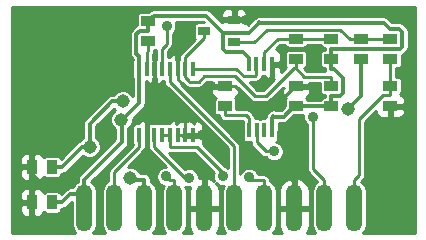
<source format=gtl>
G04 (created by PCBNEW (2013-07-07 BZR 4022)-stable) date 2014-06-17 1:27:57 PM*
%MOIN*%
G04 Gerber Fmt 3.4, Leading zero omitted, Abs format*
%FSLAX34Y34*%
G01*
G70*
G90*
G04 APERTURE LIST*
%ADD10C,0.00590551*%
%ADD11R,0.0118X0.0512*%
%ADD12R,0.015X0.05*%
%ADD13R,0.0394X0.0276*%
%ADD14R,0.045X0.032*%
%ADD15R,0.032X0.045*%
%ADD16O,0.0531496X0.15748*%
%ADD17C,0.045*%
%ADD18C,0.035*%
%ADD19C,0.014*%
%ADD20C,0.01*%
G04 APERTURE END LIST*
G54D10*
G54D11*
X47423Y-31419D03*
X47173Y-31419D03*
X46913Y-31419D03*
X46663Y-31419D03*
X46663Y-33619D03*
X46918Y-33619D03*
X47173Y-33619D03*
X47428Y-33619D03*
G54D12*
X43001Y-33779D03*
X43257Y-33779D03*
X43513Y-33779D03*
X43769Y-33779D03*
X44025Y-33779D03*
X44281Y-33779D03*
X44537Y-33779D03*
X44793Y-33779D03*
X44793Y-31575D03*
X44537Y-31575D03*
X44281Y-31575D03*
X44025Y-31575D03*
X43769Y-31575D03*
X43513Y-31575D03*
X43257Y-31575D03*
X43001Y-31575D03*
G54D13*
X45169Y-30314D03*
X46169Y-29939D03*
X46169Y-30689D03*
G54D14*
X50393Y-30570D03*
X50393Y-31240D03*
X48228Y-31240D03*
X48228Y-30570D03*
X49409Y-31240D03*
X49409Y-30570D03*
X45866Y-32815D03*
X45866Y-32145D03*
X48228Y-32815D03*
X48228Y-32145D03*
X51377Y-32145D03*
X51377Y-32815D03*
X51377Y-30570D03*
X51377Y-31240D03*
X49409Y-32145D03*
X49409Y-32815D03*
X43307Y-29979D03*
X43307Y-30649D03*
G54D15*
X40098Y-36023D03*
X39428Y-36023D03*
X39428Y-34842D03*
X40098Y-34842D03*
G54D16*
X41169Y-36220D03*
X42169Y-36220D03*
X43169Y-36220D03*
X44169Y-36220D03*
X45169Y-36220D03*
X46169Y-36220D03*
X47169Y-36220D03*
X48169Y-36220D03*
X49169Y-36220D03*
X50169Y-36220D03*
G54D17*
X42407Y-33263D03*
X42457Y-32657D03*
X42682Y-35203D03*
X41347Y-34171D03*
X49962Y-32909D03*
G54D18*
X48790Y-33169D03*
X43893Y-35158D03*
X50984Y-34842D03*
X39763Y-35393D03*
X47637Y-32716D03*
X47874Y-34685D03*
X45196Y-34960D03*
X40708Y-33897D03*
X47141Y-32086D03*
X44311Y-32874D03*
X45405Y-32145D03*
X45098Y-33791D03*
X46562Y-29937D03*
X47497Y-34324D03*
X43915Y-30148D03*
X44655Y-35195D03*
X46669Y-35190D03*
X45795Y-35151D03*
G54D19*
X43483Y-29803D02*
X43307Y-29979D01*
X45802Y-30368D02*
X45236Y-29803D01*
X45236Y-29803D02*
X43483Y-29803D01*
X47817Y-33161D02*
X47460Y-33161D01*
X48163Y-32815D02*
X47817Y-33161D01*
X48228Y-32815D02*
X48163Y-32815D01*
X45802Y-30920D02*
X45802Y-30368D01*
X45905Y-31023D02*
X45802Y-30920D01*
X46464Y-31023D02*
X45905Y-31023D01*
X46663Y-31222D02*
X46464Y-31023D01*
X46663Y-31419D02*
X46663Y-31222D01*
X46989Y-30040D02*
X47007Y-30022D01*
X46661Y-30368D02*
X46989Y-30040D01*
X45802Y-30368D02*
X46661Y-30368D01*
X49409Y-31240D02*
X49409Y-30910D01*
X51147Y-30040D02*
X46989Y-30040D01*
X51347Y-30240D02*
X51147Y-30040D01*
X51673Y-30240D02*
X51347Y-30240D01*
X51773Y-30340D02*
X51673Y-30240D01*
X51773Y-30830D02*
X51773Y-30340D01*
X51703Y-30900D02*
X51773Y-30830D01*
X50798Y-30900D02*
X51703Y-30900D01*
X50788Y-30910D02*
X50798Y-30900D01*
X49409Y-30910D02*
X50788Y-30910D01*
X43307Y-30310D02*
X43307Y-29979D01*
X43018Y-30310D02*
X43307Y-30310D01*
X42911Y-30416D02*
X43018Y-30310D01*
X42911Y-31065D02*
X42911Y-30416D01*
X43001Y-31155D02*
X42911Y-31065D01*
X43001Y-31768D02*
X43001Y-31155D01*
X43001Y-31768D02*
X43001Y-31575D01*
X43001Y-31768D02*
X43001Y-31768D01*
X42407Y-33263D02*
X42426Y-33263D01*
X43001Y-32708D02*
X43001Y-31768D01*
X42446Y-33263D02*
X43001Y-32708D01*
X42426Y-33263D02*
X42446Y-33263D01*
X42426Y-34005D02*
X41169Y-35262D01*
X42426Y-33263D02*
X42426Y-34005D01*
X41169Y-36220D02*
X41169Y-35741D01*
X41169Y-35741D02*
X41169Y-35262D01*
X40710Y-35741D02*
X40428Y-36023D01*
X41169Y-35741D02*
X40710Y-35741D01*
X40098Y-36023D02*
X40428Y-36023D01*
X47428Y-33406D02*
X47428Y-33619D01*
X47428Y-33406D02*
X47428Y-33619D01*
X47428Y-33406D02*
X47428Y-33406D01*
X49409Y-31240D02*
X49409Y-31570D01*
X49491Y-31570D02*
X49409Y-31570D01*
X49804Y-31883D02*
X49491Y-31570D01*
X49804Y-32378D02*
X49804Y-31883D01*
X49698Y-32485D02*
X49804Y-32378D01*
X49409Y-32485D02*
X49698Y-32485D01*
X49409Y-32815D02*
X49409Y-32485D01*
X48228Y-32815D02*
X49409Y-32815D01*
X47476Y-33145D02*
X47460Y-33161D01*
X47428Y-33193D02*
X47428Y-33406D01*
X47460Y-33161D02*
X47428Y-33193D01*
X42741Y-35262D02*
X43169Y-35262D01*
X42682Y-35203D02*
X42741Y-35262D01*
X43169Y-36220D02*
X43169Y-35262D01*
X42089Y-32657D02*
X42457Y-32657D01*
X40098Y-34842D02*
X40428Y-34842D01*
X41099Y-34171D02*
X40428Y-34842D01*
X41347Y-34171D02*
X41099Y-34171D01*
X41347Y-33399D02*
X41347Y-34171D01*
X42089Y-32657D02*
X41347Y-33399D01*
X50393Y-32478D02*
X50393Y-31240D01*
X49962Y-32909D02*
X50393Y-32478D01*
G54D20*
X48790Y-33169D02*
X48790Y-33169D01*
X48790Y-34904D02*
X48790Y-33169D01*
X49169Y-35282D02*
X48790Y-34904D01*
X49169Y-36220D02*
X49169Y-35282D01*
X42169Y-35011D02*
X43001Y-34179D01*
X42169Y-36220D02*
X42169Y-35011D01*
X43001Y-33779D02*
X43001Y-34179D01*
X44017Y-35282D02*
X43893Y-35158D01*
X44169Y-35282D02*
X44017Y-35282D01*
X44169Y-36220D02*
X44169Y-35282D01*
X51377Y-32145D02*
X51377Y-32455D01*
X51377Y-31240D02*
X51377Y-32145D01*
X50169Y-36220D02*
X50169Y-35282D01*
X51140Y-32455D02*
X51377Y-32455D01*
X50340Y-33255D02*
X51140Y-32455D01*
X50340Y-35112D02*
X50340Y-33255D01*
X50169Y-35282D02*
X50340Y-35112D01*
X51377Y-33464D02*
X51377Y-34448D01*
X51377Y-32815D02*
X51377Y-33464D01*
X51377Y-34448D02*
X50984Y-34842D01*
X45866Y-32145D02*
X46191Y-32145D01*
X46191Y-32145D02*
X46762Y-32716D01*
X46762Y-32716D02*
X47390Y-32716D01*
X47390Y-32716D02*
X47637Y-32716D01*
X39428Y-34842D02*
X39428Y-35058D01*
X39428Y-35058D02*
X39763Y-35393D01*
X48228Y-32145D02*
X48209Y-32145D01*
X48209Y-32145D02*
X47637Y-32716D01*
X47874Y-35037D02*
X47874Y-34685D01*
X48169Y-35333D02*
X47874Y-35037D01*
X48169Y-36220D02*
X48169Y-35333D01*
X45196Y-35305D02*
X45196Y-34960D01*
X45169Y-35333D02*
X45196Y-35305D01*
X45169Y-36220D02*
X45169Y-35333D01*
X43513Y-32076D02*
X44311Y-32874D01*
X43513Y-31575D02*
X43513Y-32076D01*
X43257Y-33429D02*
X43257Y-33779D01*
X43307Y-33379D02*
X43257Y-33429D01*
X43805Y-33379D02*
X43307Y-33379D01*
X44311Y-32874D02*
X43805Y-33379D01*
X45126Y-32145D02*
X45405Y-32145D01*
X45067Y-32204D02*
X45126Y-32145D01*
X44561Y-32204D02*
X45067Y-32204D01*
X44281Y-31925D02*
X44561Y-32204D01*
X44281Y-31575D02*
X44281Y-31925D01*
X44537Y-33100D02*
X44537Y-33779D01*
X44311Y-32874D02*
X44537Y-33100D01*
X47423Y-31804D02*
X47141Y-32086D01*
X47423Y-31419D02*
X47423Y-31804D01*
X45405Y-32145D02*
X45405Y-32145D01*
X45866Y-32145D02*
X45405Y-32145D01*
X45086Y-33779D02*
X45098Y-33791D01*
X44793Y-33779D02*
X45086Y-33779D01*
X46559Y-29939D02*
X46562Y-29937D01*
X46169Y-29939D02*
X46559Y-29939D01*
X44537Y-33779D02*
X44793Y-33779D01*
X44537Y-33779D02*
X44537Y-33779D01*
X44281Y-33779D02*
X44281Y-33779D01*
X44281Y-33779D02*
X44537Y-33779D01*
X45169Y-30552D02*
X45169Y-30314D01*
X44537Y-31184D02*
X45169Y-30552D01*
X44537Y-31521D02*
X44537Y-31184D01*
X44537Y-31521D02*
X44537Y-31575D01*
X44537Y-31521D02*
X44537Y-31521D01*
X44537Y-31858D02*
X44537Y-31521D01*
X44669Y-31990D02*
X44537Y-31858D01*
X44669Y-32004D02*
X44669Y-31990D01*
X44984Y-32004D02*
X44669Y-32004D01*
X45168Y-31820D02*
X44984Y-32004D01*
X46196Y-31820D02*
X45168Y-31820D01*
X46852Y-32476D02*
X46196Y-31820D01*
X47227Y-32476D02*
X46852Y-32476D01*
X48153Y-31550D02*
X48228Y-31550D01*
X47227Y-32476D02*
X48153Y-31550D01*
X48228Y-31240D02*
X48228Y-31550D01*
X48512Y-31835D02*
X48228Y-31550D01*
X49409Y-31835D02*
X48512Y-31835D01*
X49409Y-32145D02*
X49409Y-31835D01*
X47173Y-31419D02*
X47173Y-31225D01*
X47173Y-31013D02*
X47616Y-30570D01*
X47173Y-31225D02*
X47173Y-31013D01*
X47173Y-31225D02*
X47173Y-31419D01*
X47173Y-31225D02*
X47173Y-31225D01*
X47616Y-30570D02*
X48228Y-30570D01*
X48228Y-30570D02*
X49409Y-30570D01*
X45866Y-33125D02*
X45866Y-32815D01*
X46575Y-33125D02*
X45866Y-33125D01*
X46663Y-33213D02*
X46575Y-33125D01*
X46663Y-33619D02*
X46663Y-33213D01*
X51377Y-30570D02*
X50393Y-30570D01*
X47264Y-30260D02*
X47264Y-30260D01*
X49708Y-30260D02*
X50018Y-30570D01*
X49696Y-30260D02*
X49708Y-30260D01*
X49696Y-30260D02*
X49696Y-30260D01*
X47941Y-30260D02*
X49696Y-30260D01*
X47941Y-30260D02*
X47941Y-30260D01*
X47264Y-30260D02*
X47941Y-30260D01*
X46835Y-30689D02*
X46169Y-30689D01*
X47264Y-30260D02*
X46835Y-30689D01*
X50393Y-30570D02*
X50018Y-30570D01*
X43257Y-31009D02*
X43257Y-31292D01*
X43307Y-30960D02*
X43257Y-31009D01*
X43307Y-30649D02*
X43307Y-30960D01*
X43257Y-31292D02*
X43257Y-31575D01*
X43257Y-31292D02*
X43257Y-31575D01*
X43257Y-31292D02*
X43257Y-31292D01*
X47217Y-34324D02*
X46918Y-34025D01*
X47497Y-34324D02*
X47217Y-34324D01*
X46918Y-33619D02*
X46918Y-34025D01*
X43915Y-30750D02*
X43915Y-30395D01*
X43769Y-30895D02*
X43915Y-30750D01*
X43915Y-30395D02*
X43915Y-30148D01*
X43769Y-30895D02*
X43769Y-31575D01*
X43769Y-30895D02*
X43769Y-31575D01*
X43769Y-30895D02*
X43769Y-30895D01*
X43513Y-33779D02*
X43513Y-34179D01*
X44655Y-35195D02*
X44529Y-35195D01*
X44529Y-35195D02*
X43513Y-34179D01*
X46913Y-31775D02*
X46913Y-31419D01*
X46863Y-31825D02*
X46913Y-31775D01*
X46484Y-31825D02*
X46863Y-31825D01*
X46233Y-31575D02*
X46484Y-31825D01*
X44793Y-31575D02*
X46233Y-31575D01*
X44793Y-31575D02*
X44793Y-31575D01*
X47169Y-36220D02*
X47169Y-35282D01*
X44025Y-33779D02*
X44025Y-34179D01*
X45795Y-35151D02*
X45795Y-35054D01*
X45795Y-35054D02*
X44920Y-34179D01*
X44920Y-34179D02*
X44025Y-34179D01*
X47169Y-35282D02*
X46761Y-35282D01*
X46761Y-35282D02*
X46669Y-35190D01*
X44025Y-33779D02*
X43769Y-33779D01*
X44025Y-32019D02*
X44025Y-31997D01*
X46169Y-34141D02*
X46169Y-36220D01*
X44025Y-31997D02*
X46169Y-34141D01*
X44025Y-31997D02*
X44025Y-31786D01*
X44025Y-31786D02*
X44025Y-31575D01*
X44025Y-31786D02*
X44025Y-31575D01*
X44025Y-31786D02*
X44025Y-31786D01*
G54D10*
G36*
X45149Y-30026D02*
X44942Y-30026D01*
X44887Y-30049D01*
X44845Y-30091D01*
X44822Y-30146D01*
X44822Y-30206D01*
X44822Y-30482D01*
X44845Y-30537D01*
X44873Y-30566D01*
X44396Y-31043D01*
X44361Y-31095D01*
X44319Y-31137D01*
X44319Y-31279D01*
X44312Y-31295D01*
X44312Y-31354D01*
X44312Y-31633D01*
X44250Y-31633D01*
X44250Y-31295D01*
X44244Y-31279D01*
X44244Y-31137D01*
X44181Y-31075D01*
X44157Y-31075D01*
X44065Y-31113D01*
X44003Y-31175D01*
X43969Y-31175D01*
X43969Y-30978D01*
X44056Y-30891D01*
X44100Y-30826D01*
X44115Y-30750D01*
X44115Y-30407D01*
X44190Y-30332D01*
X44240Y-30213D01*
X44240Y-30083D01*
X44215Y-30023D01*
X45145Y-30023D01*
X45149Y-30026D01*
X45149Y-30026D01*
G37*
G54D20*
X45149Y-30026D02*
X44942Y-30026D01*
X44887Y-30049D01*
X44845Y-30091D01*
X44822Y-30146D01*
X44822Y-30206D01*
X44822Y-30482D01*
X44845Y-30537D01*
X44873Y-30566D01*
X44396Y-31043D01*
X44361Y-31095D01*
X44319Y-31137D01*
X44319Y-31279D01*
X44312Y-31295D01*
X44312Y-31354D01*
X44312Y-31633D01*
X44250Y-31633D01*
X44250Y-31295D01*
X44244Y-31279D01*
X44244Y-31137D01*
X44181Y-31075D01*
X44157Y-31075D01*
X44065Y-31113D01*
X44003Y-31175D01*
X43969Y-31175D01*
X43969Y-30978D01*
X44056Y-30891D01*
X44100Y-30826D01*
X44115Y-30750D01*
X44115Y-30407D01*
X44190Y-30332D01*
X44240Y-30213D01*
X44240Y-30083D01*
X44215Y-30023D01*
X45145Y-30023D01*
X45149Y-30026D01*
G54D10*
G36*
X45862Y-37035D02*
X45586Y-37035D01*
X45626Y-36985D01*
X45685Y-36792D01*
X45685Y-36270D01*
X45219Y-36270D01*
X45219Y-36278D01*
X45119Y-36278D01*
X45119Y-36270D01*
X44653Y-36270D01*
X44653Y-36792D01*
X44711Y-36985D01*
X44752Y-37035D01*
X44476Y-37035D01*
X44553Y-36919D01*
X44585Y-36760D01*
X44585Y-35680D01*
X44553Y-35521D01*
X44538Y-35498D01*
X44590Y-35520D01*
X44692Y-35520D01*
X44653Y-35648D01*
X44653Y-36170D01*
X45119Y-36170D01*
X45119Y-35248D01*
X45039Y-35199D01*
X45018Y-35203D01*
X44980Y-35223D01*
X44980Y-35131D01*
X44930Y-35011D01*
X44839Y-34920D01*
X44720Y-34870D01*
X44590Y-34870D01*
X44517Y-34900D01*
X43989Y-34372D01*
X44025Y-34379D01*
X44837Y-34379D01*
X45492Y-35034D01*
X45470Y-35086D01*
X45470Y-35216D01*
X45511Y-35314D01*
X45498Y-35298D01*
X45320Y-35203D01*
X45298Y-35199D01*
X45219Y-35248D01*
X45219Y-36170D01*
X45685Y-36170D01*
X45685Y-35648D01*
X45626Y-35455D01*
X45568Y-35383D01*
X45611Y-35427D01*
X45730Y-35476D01*
X45814Y-35476D01*
X45785Y-35521D01*
X45753Y-35680D01*
X45753Y-36760D01*
X45785Y-36919D01*
X45862Y-37035D01*
X45862Y-37035D01*
G37*
G54D20*
X45862Y-37035D02*
X45586Y-37035D01*
X45626Y-36985D01*
X45685Y-36792D01*
X45685Y-36270D01*
X45219Y-36270D01*
X45219Y-36278D01*
X45119Y-36278D01*
X45119Y-36270D01*
X44653Y-36270D01*
X44653Y-36792D01*
X44711Y-36985D01*
X44752Y-37035D01*
X44476Y-37035D01*
X44553Y-36919D01*
X44585Y-36760D01*
X44585Y-35680D01*
X44553Y-35521D01*
X44538Y-35498D01*
X44590Y-35520D01*
X44692Y-35520D01*
X44653Y-35648D01*
X44653Y-36170D01*
X45119Y-36170D01*
X45119Y-35248D01*
X45039Y-35199D01*
X45018Y-35203D01*
X44980Y-35223D01*
X44980Y-35131D01*
X44930Y-35011D01*
X44839Y-34920D01*
X44720Y-34870D01*
X44590Y-34870D01*
X44517Y-34900D01*
X43989Y-34372D01*
X44025Y-34379D01*
X44837Y-34379D01*
X45492Y-35034D01*
X45470Y-35086D01*
X45470Y-35216D01*
X45511Y-35314D01*
X45498Y-35298D01*
X45320Y-35203D01*
X45298Y-35199D01*
X45219Y-35248D01*
X45219Y-36170D01*
X45685Y-36170D01*
X45685Y-35648D01*
X45626Y-35455D01*
X45568Y-35383D01*
X45611Y-35427D01*
X45730Y-35476D01*
X45814Y-35476D01*
X45785Y-35521D01*
X45753Y-35680D01*
X45753Y-36760D01*
X45785Y-36919D01*
X45862Y-37035D01*
G54D10*
G36*
X45969Y-34871D02*
X45860Y-34826D01*
X45850Y-34826D01*
X45114Y-34090D01*
X45118Y-34079D01*
X45118Y-33979D01*
X45118Y-33891D01*
X45056Y-33829D01*
X44831Y-33829D01*
X44831Y-33837D01*
X44808Y-33837D01*
X44800Y-33829D01*
X44756Y-33829D01*
X44575Y-33829D01*
X44544Y-33829D01*
X44531Y-33829D01*
X44500Y-33829D01*
X44479Y-33829D01*
X44479Y-33729D01*
X44500Y-33729D01*
X44531Y-33729D01*
X44544Y-33729D01*
X44575Y-33729D01*
X44756Y-33729D01*
X44800Y-33729D01*
X44831Y-33698D01*
X44831Y-33729D01*
X45056Y-33729D01*
X45118Y-33666D01*
X45118Y-33578D01*
X45118Y-33479D01*
X45080Y-33387D01*
X45010Y-33317D01*
X44918Y-33279D01*
X44893Y-33279D01*
X44831Y-33341D01*
X44831Y-33403D01*
X44824Y-33387D01*
X44754Y-33317D01*
X44715Y-33301D01*
X44693Y-33279D01*
X44669Y-33279D01*
X44665Y-33280D01*
X44662Y-33279D01*
X44637Y-33279D01*
X44615Y-33301D01*
X44577Y-33317D01*
X44537Y-33356D01*
X44498Y-33317D01*
X44459Y-33301D01*
X44437Y-33279D01*
X44413Y-33279D01*
X44409Y-33280D01*
X44406Y-33279D01*
X44381Y-33279D01*
X44359Y-33301D01*
X44321Y-33317D01*
X44250Y-33387D01*
X44244Y-33403D01*
X44244Y-33341D01*
X44181Y-33279D01*
X44157Y-33279D01*
X44065Y-33317D01*
X44003Y-33379D01*
X43920Y-33379D01*
X43897Y-33388D01*
X43874Y-33379D01*
X43814Y-33379D01*
X43664Y-33379D01*
X43641Y-33388D01*
X43618Y-33379D01*
X43558Y-33379D01*
X43536Y-33379D01*
X43474Y-33317D01*
X43382Y-33279D01*
X43357Y-33279D01*
X43295Y-33341D01*
X43295Y-33483D01*
X43288Y-33499D01*
X43288Y-33558D01*
X43288Y-34058D01*
X43295Y-34074D01*
X43295Y-34216D01*
X43327Y-34249D01*
X43328Y-34255D01*
X43372Y-34320D01*
X43884Y-34833D01*
X43828Y-34833D01*
X43709Y-34882D01*
X43617Y-34973D01*
X43568Y-35093D01*
X43568Y-35222D01*
X43617Y-35342D01*
X43708Y-35433D01*
X43814Y-35477D01*
X43785Y-35521D01*
X43753Y-35680D01*
X43753Y-36760D01*
X43785Y-36919D01*
X43862Y-37035D01*
X43476Y-37035D01*
X43553Y-36919D01*
X43585Y-36760D01*
X43585Y-35680D01*
X43553Y-35521D01*
X43463Y-35386D01*
X43389Y-35337D01*
X43389Y-35262D01*
X43372Y-35178D01*
X43324Y-35107D01*
X43253Y-35059D01*
X43169Y-35042D01*
X43021Y-35042D01*
X43000Y-34991D01*
X42894Y-34885D01*
X42756Y-34828D01*
X42635Y-34828D01*
X43143Y-34320D01*
X43186Y-34255D01*
X43186Y-34255D01*
X43187Y-34249D01*
X43187Y-34249D01*
X43220Y-34216D01*
X43220Y-34074D01*
X43226Y-34059D01*
X43226Y-33999D01*
X43226Y-33499D01*
X43220Y-33483D01*
X43220Y-33341D01*
X43157Y-33279D01*
X43133Y-33279D01*
X43041Y-33317D01*
X42979Y-33379D01*
X42896Y-33379D01*
X42841Y-33401D01*
X42799Y-33444D01*
X42776Y-33499D01*
X42776Y-33558D01*
X42776Y-34058D01*
X42794Y-34103D01*
X42027Y-34870D01*
X41984Y-34935D01*
X41969Y-35011D01*
X41969Y-35323D01*
X41875Y-35386D01*
X41785Y-35521D01*
X41753Y-35680D01*
X41753Y-36760D01*
X41785Y-36919D01*
X41862Y-37035D01*
X41476Y-37035D01*
X41553Y-36919D01*
X41585Y-36760D01*
X41585Y-35680D01*
X41553Y-35521D01*
X41463Y-35386D01*
X41399Y-35343D01*
X42582Y-34161D01*
X42630Y-34089D01*
X42630Y-34089D01*
X42646Y-34005D01*
X42646Y-33554D01*
X42725Y-33476D01*
X42782Y-33338D01*
X42782Y-33238D01*
X43157Y-32863D01*
X43204Y-32792D01*
X43221Y-32708D01*
X43221Y-32707D01*
X43221Y-31975D01*
X43235Y-31975D01*
X43297Y-32037D01*
X43389Y-32075D01*
X43413Y-32075D01*
X43476Y-32012D01*
X43476Y-31870D01*
X43482Y-31855D01*
X43482Y-31795D01*
X43482Y-31295D01*
X43476Y-31279D01*
X43476Y-31137D01*
X43457Y-31119D01*
X43457Y-31088D01*
X43466Y-31074D01*
X43491Y-31036D01*
X43491Y-31036D01*
X43491Y-31036D01*
X43498Y-31003D01*
X43507Y-30960D01*
X43507Y-30960D01*
X43507Y-30960D01*
X43507Y-30959D01*
X43561Y-30959D01*
X43569Y-30956D01*
X43569Y-31119D01*
X43551Y-31137D01*
X43551Y-31279D01*
X43544Y-31295D01*
X43544Y-31354D01*
X43544Y-31854D01*
X43551Y-31870D01*
X43551Y-32012D01*
X43613Y-32075D01*
X43638Y-32075D01*
X43730Y-32037D01*
X43792Y-31975D01*
X43825Y-31975D01*
X43825Y-31997D01*
X43825Y-32019D01*
X43840Y-32096D01*
X43884Y-32161D01*
X43949Y-32204D01*
X43949Y-32204D01*
X45969Y-34224D01*
X45969Y-34871D01*
X45969Y-34871D01*
G37*
G54D20*
X45969Y-34871D02*
X45860Y-34826D01*
X45850Y-34826D01*
X45114Y-34090D01*
X45118Y-34079D01*
X45118Y-33979D01*
X45118Y-33891D01*
X45056Y-33829D01*
X44831Y-33829D01*
X44831Y-33837D01*
X44808Y-33837D01*
X44800Y-33829D01*
X44756Y-33829D01*
X44575Y-33829D01*
X44544Y-33829D01*
X44531Y-33829D01*
X44500Y-33829D01*
X44479Y-33829D01*
X44479Y-33729D01*
X44500Y-33729D01*
X44531Y-33729D01*
X44544Y-33729D01*
X44575Y-33729D01*
X44756Y-33729D01*
X44800Y-33729D01*
X44831Y-33698D01*
X44831Y-33729D01*
X45056Y-33729D01*
X45118Y-33666D01*
X45118Y-33578D01*
X45118Y-33479D01*
X45080Y-33387D01*
X45010Y-33317D01*
X44918Y-33279D01*
X44893Y-33279D01*
X44831Y-33341D01*
X44831Y-33403D01*
X44824Y-33387D01*
X44754Y-33317D01*
X44715Y-33301D01*
X44693Y-33279D01*
X44669Y-33279D01*
X44665Y-33280D01*
X44662Y-33279D01*
X44637Y-33279D01*
X44615Y-33301D01*
X44577Y-33317D01*
X44537Y-33356D01*
X44498Y-33317D01*
X44459Y-33301D01*
X44437Y-33279D01*
X44413Y-33279D01*
X44409Y-33280D01*
X44406Y-33279D01*
X44381Y-33279D01*
X44359Y-33301D01*
X44321Y-33317D01*
X44250Y-33387D01*
X44244Y-33403D01*
X44244Y-33341D01*
X44181Y-33279D01*
X44157Y-33279D01*
X44065Y-33317D01*
X44003Y-33379D01*
X43920Y-33379D01*
X43897Y-33388D01*
X43874Y-33379D01*
X43814Y-33379D01*
X43664Y-33379D01*
X43641Y-33388D01*
X43618Y-33379D01*
X43558Y-33379D01*
X43536Y-33379D01*
X43474Y-33317D01*
X43382Y-33279D01*
X43357Y-33279D01*
X43295Y-33341D01*
X43295Y-33483D01*
X43288Y-33499D01*
X43288Y-33558D01*
X43288Y-34058D01*
X43295Y-34074D01*
X43295Y-34216D01*
X43327Y-34249D01*
X43328Y-34255D01*
X43372Y-34320D01*
X43884Y-34833D01*
X43828Y-34833D01*
X43709Y-34882D01*
X43617Y-34973D01*
X43568Y-35093D01*
X43568Y-35222D01*
X43617Y-35342D01*
X43708Y-35433D01*
X43814Y-35477D01*
X43785Y-35521D01*
X43753Y-35680D01*
X43753Y-36760D01*
X43785Y-36919D01*
X43862Y-37035D01*
X43476Y-37035D01*
X43553Y-36919D01*
X43585Y-36760D01*
X43585Y-35680D01*
X43553Y-35521D01*
X43463Y-35386D01*
X43389Y-35337D01*
X43389Y-35262D01*
X43372Y-35178D01*
X43324Y-35107D01*
X43253Y-35059D01*
X43169Y-35042D01*
X43021Y-35042D01*
X43000Y-34991D01*
X42894Y-34885D01*
X42756Y-34828D01*
X42635Y-34828D01*
X43143Y-34320D01*
X43186Y-34255D01*
X43186Y-34255D01*
X43187Y-34249D01*
X43187Y-34249D01*
X43220Y-34216D01*
X43220Y-34074D01*
X43226Y-34059D01*
X43226Y-33999D01*
X43226Y-33499D01*
X43220Y-33483D01*
X43220Y-33341D01*
X43157Y-33279D01*
X43133Y-33279D01*
X43041Y-33317D01*
X42979Y-33379D01*
X42896Y-33379D01*
X42841Y-33401D01*
X42799Y-33444D01*
X42776Y-33499D01*
X42776Y-33558D01*
X42776Y-34058D01*
X42794Y-34103D01*
X42027Y-34870D01*
X41984Y-34935D01*
X41969Y-35011D01*
X41969Y-35323D01*
X41875Y-35386D01*
X41785Y-35521D01*
X41753Y-35680D01*
X41753Y-36760D01*
X41785Y-36919D01*
X41862Y-37035D01*
X41476Y-37035D01*
X41553Y-36919D01*
X41585Y-36760D01*
X41585Y-35680D01*
X41553Y-35521D01*
X41463Y-35386D01*
X41399Y-35343D01*
X42582Y-34161D01*
X42630Y-34089D01*
X42630Y-34089D01*
X42646Y-34005D01*
X42646Y-33554D01*
X42725Y-33476D01*
X42782Y-33338D01*
X42782Y-33238D01*
X43157Y-32863D01*
X43204Y-32792D01*
X43221Y-32708D01*
X43221Y-32707D01*
X43221Y-31975D01*
X43235Y-31975D01*
X43297Y-32037D01*
X43389Y-32075D01*
X43413Y-32075D01*
X43476Y-32012D01*
X43476Y-31870D01*
X43482Y-31855D01*
X43482Y-31795D01*
X43482Y-31295D01*
X43476Y-31279D01*
X43476Y-31137D01*
X43457Y-31119D01*
X43457Y-31088D01*
X43466Y-31074D01*
X43491Y-31036D01*
X43491Y-31036D01*
X43491Y-31036D01*
X43498Y-31003D01*
X43507Y-30960D01*
X43507Y-30960D01*
X43507Y-30960D01*
X43507Y-30959D01*
X43561Y-30959D01*
X43569Y-30956D01*
X43569Y-31119D01*
X43551Y-31137D01*
X43551Y-31279D01*
X43544Y-31295D01*
X43544Y-31354D01*
X43544Y-31854D01*
X43551Y-31870D01*
X43551Y-32012D01*
X43613Y-32075D01*
X43638Y-32075D01*
X43730Y-32037D01*
X43792Y-31975D01*
X43825Y-31975D01*
X43825Y-31997D01*
X43825Y-32019D01*
X43840Y-32096D01*
X43884Y-32161D01*
X43949Y-32204D01*
X43949Y-32204D01*
X45969Y-34224D01*
X45969Y-34871D01*
G54D10*
G36*
X47909Y-32537D02*
X47876Y-32570D01*
X47853Y-32625D01*
X47853Y-32685D01*
X47853Y-32814D01*
X47726Y-32941D01*
X47557Y-32941D01*
X47475Y-32925D01*
X47391Y-32942D01*
X47320Y-32990D01*
X47304Y-33006D01*
X47304Y-33006D01*
X47272Y-33038D01*
X47248Y-33073D01*
X47225Y-33109D01*
X47225Y-33109D01*
X47224Y-33109D01*
X47216Y-33151D01*
X47208Y-33193D01*
X47208Y-33213D01*
X47202Y-33213D01*
X47084Y-33213D01*
X47045Y-33229D01*
X47007Y-33213D01*
X46947Y-33213D01*
X46863Y-33213D01*
X46863Y-33213D01*
X46848Y-33137D01*
X46804Y-33072D01*
X46804Y-33072D01*
X46716Y-32984D01*
X46651Y-32940D01*
X46575Y-32925D01*
X46241Y-32925D01*
X46241Y-32625D01*
X46218Y-32570D01*
X46185Y-32537D01*
X46232Y-32517D01*
X46303Y-32446D01*
X46341Y-32354D01*
X46341Y-32257D01*
X46278Y-32195D01*
X46288Y-32195D01*
X46710Y-32617D01*
X46775Y-32661D01*
X46852Y-32676D01*
X46852Y-32676D01*
X47227Y-32676D01*
X47304Y-32661D01*
X47368Y-32617D01*
X47791Y-32195D01*
X47815Y-32195D01*
X47753Y-32257D01*
X47753Y-32354D01*
X47791Y-32446D01*
X47861Y-32517D01*
X47909Y-32537D01*
X47909Y-32537D01*
G37*
G54D20*
X47909Y-32537D02*
X47876Y-32570D01*
X47853Y-32625D01*
X47853Y-32685D01*
X47853Y-32814D01*
X47726Y-32941D01*
X47557Y-32941D01*
X47475Y-32925D01*
X47391Y-32942D01*
X47320Y-32990D01*
X47304Y-33006D01*
X47304Y-33006D01*
X47272Y-33038D01*
X47248Y-33073D01*
X47225Y-33109D01*
X47225Y-33109D01*
X47224Y-33109D01*
X47216Y-33151D01*
X47208Y-33193D01*
X47208Y-33213D01*
X47202Y-33213D01*
X47084Y-33213D01*
X47045Y-33229D01*
X47007Y-33213D01*
X46947Y-33213D01*
X46863Y-33213D01*
X46863Y-33213D01*
X46848Y-33137D01*
X46804Y-33072D01*
X46804Y-33072D01*
X46716Y-32984D01*
X46651Y-32940D01*
X46575Y-32925D01*
X46241Y-32925D01*
X46241Y-32625D01*
X46218Y-32570D01*
X46185Y-32537D01*
X46232Y-32517D01*
X46303Y-32446D01*
X46341Y-32354D01*
X46341Y-32257D01*
X46278Y-32195D01*
X46288Y-32195D01*
X46710Y-32617D01*
X46775Y-32661D01*
X46852Y-32676D01*
X46852Y-32676D01*
X47227Y-32676D01*
X47304Y-32661D01*
X47368Y-32617D01*
X47791Y-32195D01*
X47815Y-32195D01*
X47753Y-32257D01*
X47753Y-32354D01*
X47791Y-32446D01*
X47861Y-32517D01*
X47909Y-32537D01*
G54D10*
G36*
X48944Y-35340D02*
X48875Y-35386D01*
X48785Y-35521D01*
X48753Y-35680D01*
X48753Y-36760D01*
X48785Y-36919D01*
X48862Y-37035D01*
X48586Y-37035D01*
X48626Y-36985D01*
X48685Y-36792D01*
X48685Y-36270D01*
X48685Y-36170D01*
X48685Y-35648D01*
X48626Y-35455D01*
X48498Y-35298D01*
X48320Y-35203D01*
X48298Y-35199D01*
X48219Y-35248D01*
X48219Y-36170D01*
X48685Y-36170D01*
X48685Y-36270D01*
X48219Y-36270D01*
X48219Y-36278D01*
X48119Y-36278D01*
X48119Y-36270D01*
X48119Y-36170D01*
X48119Y-35248D01*
X48039Y-35199D01*
X48018Y-35203D01*
X47839Y-35298D01*
X47711Y-35455D01*
X47653Y-35648D01*
X47653Y-36170D01*
X48119Y-36170D01*
X48119Y-36270D01*
X47653Y-36270D01*
X47653Y-36792D01*
X47711Y-36985D01*
X47752Y-37035D01*
X47476Y-37035D01*
X47553Y-36919D01*
X47585Y-36760D01*
X47585Y-35680D01*
X47553Y-35521D01*
X47463Y-35386D01*
X47369Y-35323D01*
X47369Y-35282D01*
X47354Y-35206D01*
X47310Y-35141D01*
X47245Y-35098D01*
X47169Y-35082D01*
X46976Y-35082D01*
X46944Y-35006D01*
X46853Y-34915D01*
X46734Y-34865D01*
X46604Y-34865D01*
X46485Y-34915D01*
X46393Y-35006D01*
X46369Y-35065D01*
X46369Y-34141D01*
X46369Y-34141D01*
X46354Y-34064D01*
X46354Y-34064D01*
X46339Y-34043D01*
X46310Y-33999D01*
X46310Y-33999D01*
X44386Y-32075D01*
X44406Y-32075D01*
X44452Y-32056D01*
X44499Y-32103D01*
X44527Y-32146D01*
X44592Y-32189D01*
X44669Y-32204D01*
X44984Y-32204D01*
X45060Y-32189D01*
X45125Y-32146D01*
X45251Y-32020D01*
X45391Y-32020D01*
X45391Y-32032D01*
X45453Y-32095D01*
X45816Y-32095D01*
X45816Y-32087D01*
X45916Y-32087D01*
X45916Y-32095D01*
X45924Y-32095D01*
X45924Y-32195D01*
X45916Y-32195D01*
X45916Y-32203D01*
X45816Y-32203D01*
X45816Y-32195D01*
X45453Y-32195D01*
X45391Y-32257D01*
X45391Y-32354D01*
X45429Y-32446D01*
X45499Y-32517D01*
X45547Y-32537D01*
X45514Y-32570D01*
X45491Y-32625D01*
X45491Y-32685D01*
X45491Y-33005D01*
X45513Y-33060D01*
X45556Y-33102D01*
X45611Y-33125D01*
X45666Y-33125D01*
X45666Y-33125D01*
X45681Y-33201D01*
X45724Y-33266D01*
X45789Y-33310D01*
X45866Y-33325D01*
X46457Y-33325D01*
X46454Y-33333D01*
X46454Y-33393D01*
X46454Y-33905D01*
X46477Y-33960D01*
X46519Y-34002D01*
X46574Y-34025D01*
X46634Y-34025D01*
X46718Y-34025D01*
X46718Y-34025D01*
X46733Y-34102D01*
X46776Y-34167D01*
X47076Y-34466D01*
X47076Y-34466D01*
X47119Y-34495D01*
X47141Y-34509D01*
X47141Y-34509D01*
X47217Y-34524D01*
X47217Y-34524D01*
X47238Y-34524D01*
X47313Y-34600D01*
X47432Y-34649D01*
X47561Y-34650D01*
X47681Y-34600D01*
X47772Y-34509D01*
X47822Y-34389D01*
X47822Y-34260D01*
X47773Y-34141D01*
X47681Y-34049D01*
X47570Y-34003D01*
X47572Y-34002D01*
X47614Y-33960D01*
X47637Y-33905D01*
X47637Y-33845D01*
X47637Y-33674D01*
X47648Y-33619D01*
X47648Y-33406D01*
X47648Y-33406D01*
X47648Y-33406D01*
X47648Y-33381D01*
X47817Y-33381D01*
X47901Y-33364D01*
X47901Y-33364D01*
X47972Y-33317D01*
X48164Y-33125D01*
X48465Y-33125D01*
X48465Y-33233D01*
X48514Y-33353D01*
X48590Y-33429D01*
X48590Y-34904D01*
X48605Y-34980D01*
X48649Y-35045D01*
X48944Y-35340D01*
X48944Y-35340D01*
G37*
G54D20*
X48944Y-35340D02*
X48875Y-35386D01*
X48785Y-35521D01*
X48753Y-35680D01*
X48753Y-36760D01*
X48785Y-36919D01*
X48862Y-37035D01*
X48586Y-37035D01*
X48626Y-36985D01*
X48685Y-36792D01*
X48685Y-36270D01*
X48685Y-36170D01*
X48685Y-35648D01*
X48626Y-35455D01*
X48498Y-35298D01*
X48320Y-35203D01*
X48298Y-35199D01*
X48219Y-35248D01*
X48219Y-36170D01*
X48685Y-36170D01*
X48685Y-36270D01*
X48219Y-36270D01*
X48219Y-36278D01*
X48119Y-36278D01*
X48119Y-36270D01*
X48119Y-36170D01*
X48119Y-35248D01*
X48039Y-35199D01*
X48018Y-35203D01*
X47839Y-35298D01*
X47711Y-35455D01*
X47653Y-35648D01*
X47653Y-36170D01*
X48119Y-36170D01*
X48119Y-36270D01*
X47653Y-36270D01*
X47653Y-36792D01*
X47711Y-36985D01*
X47752Y-37035D01*
X47476Y-37035D01*
X47553Y-36919D01*
X47585Y-36760D01*
X47585Y-35680D01*
X47553Y-35521D01*
X47463Y-35386D01*
X47369Y-35323D01*
X47369Y-35282D01*
X47354Y-35206D01*
X47310Y-35141D01*
X47245Y-35098D01*
X47169Y-35082D01*
X46976Y-35082D01*
X46944Y-35006D01*
X46853Y-34915D01*
X46734Y-34865D01*
X46604Y-34865D01*
X46485Y-34915D01*
X46393Y-35006D01*
X46369Y-35065D01*
X46369Y-34141D01*
X46369Y-34141D01*
X46354Y-34064D01*
X46354Y-34064D01*
X46339Y-34043D01*
X46310Y-33999D01*
X46310Y-33999D01*
X44386Y-32075D01*
X44406Y-32075D01*
X44452Y-32056D01*
X44499Y-32103D01*
X44527Y-32146D01*
X44592Y-32189D01*
X44669Y-32204D01*
X44984Y-32204D01*
X45060Y-32189D01*
X45125Y-32146D01*
X45251Y-32020D01*
X45391Y-32020D01*
X45391Y-32032D01*
X45453Y-32095D01*
X45816Y-32095D01*
X45816Y-32087D01*
X45916Y-32087D01*
X45916Y-32095D01*
X45924Y-32095D01*
X45924Y-32195D01*
X45916Y-32195D01*
X45916Y-32203D01*
X45816Y-32203D01*
X45816Y-32195D01*
X45453Y-32195D01*
X45391Y-32257D01*
X45391Y-32354D01*
X45429Y-32446D01*
X45499Y-32517D01*
X45547Y-32537D01*
X45514Y-32570D01*
X45491Y-32625D01*
X45491Y-32685D01*
X45491Y-33005D01*
X45513Y-33060D01*
X45556Y-33102D01*
X45611Y-33125D01*
X45666Y-33125D01*
X45666Y-33125D01*
X45681Y-33201D01*
X45724Y-33266D01*
X45789Y-33310D01*
X45866Y-33325D01*
X46457Y-33325D01*
X46454Y-33333D01*
X46454Y-33393D01*
X46454Y-33905D01*
X46477Y-33960D01*
X46519Y-34002D01*
X46574Y-34025D01*
X46634Y-34025D01*
X46718Y-34025D01*
X46718Y-34025D01*
X46733Y-34102D01*
X46776Y-34167D01*
X47076Y-34466D01*
X47076Y-34466D01*
X47119Y-34495D01*
X47141Y-34509D01*
X47141Y-34509D01*
X47217Y-34524D01*
X47217Y-34524D01*
X47238Y-34524D01*
X47313Y-34600D01*
X47432Y-34649D01*
X47561Y-34650D01*
X47681Y-34600D01*
X47772Y-34509D01*
X47822Y-34389D01*
X47822Y-34260D01*
X47773Y-34141D01*
X47681Y-34049D01*
X47570Y-34003D01*
X47572Y-34002D01*
X47614Y-33960D01*
X47637Y-33905D01*
X47637Y-33845D01*
X47637Y-33674D01*
X47648Y-33619D01*
X47648Y-33406D01*
X47648Y-33406D01*
X47648Y-33406D01*
X47648Y-33381D01*
X47817Y-33381D01*
X47901Y-33364D01*
X47901Y-33364D01*
X47972Y-33317D01*
X48164Y-33125D01*
X48465Y-33125D01*
X48465Y-33233D01*
X48514Y-33353D01*
X48590Y-33429D01*
X48590Y-34904D01*
X48605Y-34980D01*
X48649Y-35045D01*
X48944Y-35340D01*
G54D10*
G36*
X49195Y-32455D02*
X49189Y-32485D01*
X49189Y-32505D01*
X49154Y-32505D01*
X49099Y-32528D01*
X49057Y-32570D01*
X49046Y-32595D01*
X48590Y-32595D01*
X48580Y-32570D01*
X48547Y-32537D01*
X48595Y-32517D01*
X48665Y-32446D01*
X48703Y-32354D01*
X48703Y-32257D01*
X48640Y-32195D01*
X48278Y-32195D01*
X48278Y-32203D01*
X48178Y-32203D01*
X48178Y-32195D01*
X48170Y-32195D01*
X48170Y-32095D01*
X48178Y-32095D01*
X48178Y-32087D01*
X48278Y-32087D01*
X48278Y-32095D01*
X48640Y-32095D01*
X48700Y-32035D01*
X49034Y-32035D01*
X49034Y-32335D01*
X49057Y-32390D01*
X49099Y-32432D01*
X49154Y-32455D01*
X49195Y-32455D01*
X49195Y-32455D01*
G37*
G54D20*
X49195Y-32455D02*
X49189Y-32485D01*
X49189Y-32505D01*
X49154Y-32505D01*
X49099Y-32528D01*
X49057Y-32570D01*
X49046Y-32595D01*
X48590Y-32595D01*
X48580Y-32570D01*
X48547Y-32537D01*
X48595Y-32517D01*
X48665Y-32446D01*
X48703Y-32354D01*
X48703Y-32257D01*
X48640Y-32195D01*
X48278Y-32195D01*
X48278Y-32203D01*
X48178Y-32203D01*
X48178Y-32195D01*
X48170Y-32195D01*
X48170Y-32095D01*
X48178Y-32095D01*
X48178Y-32087D01*
X48278Y-32087D01*
X48278Y-32095D01*
X48640Y-32095D01*
X48700Y-32035D01*
X49034Y-32035D01*
X49034Y-32335D01*
X49057Y-32390D01*
X49099Y-32432D01*
X49154Y-32455D01*
X49195Y-32455D01*
G54D10*
G36*
X49202Y-31635D02*
X48595Y-31635D01*
X48502Y-31542D01*
X48538Y-31527D01*
X48580Y-31485D01*
X48603Y-31430D01*
X48603Y-31370D01*
X48603Y-31050D01*
X48580Y-30995D01*
X48538Y-30953D01*
X48483Y-30930D01*
X48423Y-30930D01*
X47973Y-30930D01*
X47918Y-30953D01*
X47876Y-30995D01*
X47853Y-31050D01*
X47853Y-31110D01*
X47853Y-31430D01*
X47876Y-31485D01*
X47905Y-31515D01*
X47732Y-31688D01*
X47732Y-31626D01*
X47732Y-31532D01*
X47669Y-31469D01*
X47452Y-31469D01*
X47452Y-31863D01*
X47505Y-31915D01*
X47144Y-32276D01*
X46935Y-32276D01*
X46684Y-32025D01*
X46863Y-32025D01*
X46863Y-32025D01*
X46863Y-32025D01*
X46901Y-32018D01*
X46939Y-32010D01*
X46940Y-32010D01*
X46940Y-32010D01*
X46972Y-31988D01*
X47004Y-31967D01*
X47004Y-31967D01*
X47005Y-31966D01*
X47054Y-31917D01*
X47054Y-31917D01*
X47054Y-31916D01*
X47055Y-31916D01*
X47064Y-31903D01*
X47098Y-31852D01*
X47098Y-31851D01*
X47098Y-31851D01*
X47102Y-31832D01*
X47103Y-31825D01*
X47144Y-31825D01*
X47160Y-31825D01*
X47222Y-31887D01*
X47314Y-31925D01*
X47331Y-31925D01*
X47393Y-31863D01*
X47393Y-31469D01*
X47382Y-31469D01*
X47382Y-31369D01*
X47393Y-31369D01*
X47393Y-31361D01*
X47452Y-31361D01*
X47452Y-31369D01*
X47669Y-31369D01*
X47732Y-31307D01*
X47732Y-31213D01*
X47732Y-31113D01*
X47694Y-31021D01*
X47623Y-30951D01*
X47548Y-30920D01*
X47699Y-30770D01*
X47857Y-30770D01*
X47876Y-30815D01*
X47918Y-30857D01*
X47973Y-30880D01*
X48033Y-30880D01*
X48483Y-30880D01*
X48538Y-30857D01*
X48580Y-30815D01*
X48599Y-30770D01*
X49038Y-30770D01*
X49057Y-30815D01*
X49099Y-30857D01*
X49154Y-30880D01*
X49195Y-30880D01*
X49189Y-30910D01*
X49189Y-30930D01*
X49154Y-30930D01*
X49099Y-30953D01*
X49057Y-30995D01*
X49034Y-31050D01*
X49034Y-31110D01*
X49034Y-31430D01*
X49057Y-31485D01*
X49099Y-31527D01*
X49154Y-31550D01*
X49189Y-31550D01*
X49189Y-31570D01*
X49202Y-31635D01*
X49202Y-31635D01*
G37*
G54D20*
X49202Y-31635D02*
X48595Y-31635D01*
X48502Y-31542D01*
X48538Y-31527D01*
X48580Y-31485D01*
X48603Y-31430D01*
X48603Y-31370D01*
X48603Y-31050D01*
X48580Y-30995D01*
X48538Y-30953D01*
X48483Y-30930D01*
X48423Y-30930D01*
X47973Y-30930D01*
X47918Y-30953D01*
X47876Y-30995D01*
X47853Y-31050D01*
X47853Y-31110D01*
X47853Y-31430D01*
X47876Y-31485D01*
X47905Y-31515D01*
X47732Y-31688D01*
X47732Y-31626D01*
X47732Y-31532D01*
X47669Y-31469D01*
X47452Y-31469D01*
X47452Y-31863D01*
X47505Y-31915D01*
X47144Y-32276D01*
X46935Y-32276D01*
X46684Y-32025D01*
X46863Y-32025D01*
X46863Y-32025D01*
X46863Y-32025D01*
X46901Y-32018D01*
X46939Y-32010D01*
X46940Y-32010D01*
X46940Y-32010D01*
X46972Y-31988D01*
X47004Y-31967D01*
X47004Y-31967D01*
X47005Y-31966D01*
X47054Y-31917D01*
X47054Y-31917D01*
X47054Y-31916D01*
X47055Y-31916D01*
X47064Y-31903D01*
X47098Y-31852D01*
X47098Y-31851D01*
X47098Y-31851D01*
X47102Y-31832D01*
X47103Y-31825D01*
X47144Y-31825D01*
X47160Y-31825D01*
X47222Y-31887D01*
X47314Y-31925D01*
X47331Y-31925D01*
X47393Y-31863D01*
X47393Y-31469D01*
X47382Y-31469D01*
X47382Y-31369D01*
X47393Y-31369D01*
X47393Y-31361D01*
X47452Y-31361D01*
X47452Y-31369D01*
X47669Y-31369D01*
X47732Y-31307D01*
X47732Y-31213D01*
X47732Y-31113D01*
X47694Y-31021D01*
X47623Y-30951D01*
X47548Y-30920D01*
X47699Y-30770D01*
X47857Y-30770D01*
X47876Y-30815D01*
X47918Y-30857D01*
X47973Y-30880D01*
X48033Y-30880D01*
X48483Y-30880D01*
X48538Y-30857D01*
X48580Y-30815D01*
X48599Y-30770D01*
X49038Y-30770D01*
X49057Y-30815D01*
X49099Y-30857D01*
X49154Y-30880D01*
X49195Y-30880D01*
X49189Y-30910D01*
X49189Y-30930D01*
X49154Y-30930D01*
X49099Y-30953D01*
X49057Y-30995D01*
X49034Y-31050D01*
X49034Y-31110D01*
X49034Y-31430D01*
X49057Y-31485D01*
X49099Y-31527D01*
X49154Y-31550D01*
X49189Y-31550D01*
X49189Y-31570D01*
X49202Y-31635D01*
G54D10*
G36*
X52192Y-37035D02*
X51852Y-37035D01*
X51852Y-33024D01*
X51852Y-32927D01*
X51790Y-32865D01*
X51427Y-32865D01*
X51427Y-33162D01*
X51490Y-33225D01*
X51553Y-33225D01*
X51652Y-33225D01*
X51744Y-33187D01*
X51815Y-33116D01*
X51852Y-33024D01*
X51852Y-37035D01*
X50476Y-37035D01*
X50553Y-36919D01*
X50585Y-36760D01*
X50585Y-35680D01*
X50553Y-35521D01*
X50463Y-35386D01*
X50394Y-35340D01*
X50481Y-35253D01*
X50481Y-35253D01*
X50524Y-35188D01*
X50524Y-35188D01*
X50527Y-35176D01*
X50540Y-35112D01*
X50540Y-35112D01*
X50540Y-33338D01*
X50902Y-32975D01*
X50902Y-33024D01*
X50940Y-33116D01*
X51011Y-33187D01*
X51103Y-33225D01*
X51202Y-33225D01*
X51265Y-33225D01*
X51327Y-33162D01*
X51327Y-32865D01*
X51320Y-32865D01*
X51320Y-32765D01*
X51327Y-32765D01*
X51327Y-32757D01*
X51427Y-32757D01*
X51427Y-32765D01*
X51790Y-32765D01*
X51852Y-32702D01*
X51852Y-32605D01*
X51815Y-32513D01*
X51744Y-32443D01*
X51696Y-32423D01*
X51730Y-32390D01*
X51752Y-32335D01*
X51752Y-32275D01*
X51752Y-31955D01*
X51730Y-31900D01*
X51688Y-31858D01*
X51632Y-31835D01*
X51577Y-31835D01*
X51577Y-31550D01*
X51632Y-31550D01*
X51687Y-31527D01*
X51730Y-31485D01*
X51752Y-31430D01*
X51752Y-31370D01*
X51752Y-31110D01*
X51787Y-31103D01*
X51787Y-31103D01*
X51858Y-31056D01*
X51928Y-30986D01*
X51976Y-30914D01*
X51976Y-30914D01*
X51993Y-30830D01*
X51993Y-30340D01*
X51976Y-30255D01*
X51976Y-30255D01*
X51928Y-30184D01*
X51828Y-30084D01*
X51757Y-30037D01*
X51673Y-30020D01*
X51438Y-30020D01*
X51303Y-29884D01*
X51231Y-29836D01*
X51147Y-29820D01*
X47093Y-29820D01*
X47091Y-29818D01*
X47007Y-29802D01*
X46923Y-29818D01*
X46851Y-29866D01*
X46833Y-29884D01*
X46833Y-29884D01*
X46616Y-30102D01*
X46616Y-29752D01*
X46578Y-29660D01*
X46508Y-29590D01*
X46416Y-29552D01*
X46316Y-29551D01*
X46281Y-29551D01*
X46219Y-29614D01*
X46219Y-29889D01*
X46553Y-29889D01*
X46616Y-29827D01*
X46616Y-29752D01*
X46616Y-30102D01*
X46616Y-30102D01*
X46616Y-30052D01*
X46553Y-29989D01*
X46219Y-29989D01*
X46219Y-29997D01*
X46119Y-29997D01*
X46119Y-29989D01*
X46119Y-29889D01*
X46119Y-29614D01*
X46056Y-29551D01*
X46021Y-29551D01*
X45922Y-29552D01*
X45830Y-29590D01*
X45760Y-29660D01*
X45722Y-29752D01*
X45722Y-29827D01*
X45784Y-29889D01*
X46119Y-29889D01*
X46119Y-29989D01*
X45784Y-29989D01*
X45759Y-30015D01*
X45392Y-29647D01*
X45320Y-29599D01*
X45236Y-29583D01*
X43483Y-29583D01*
X43399Y-29599D01*
X43328Y-29647D01*
X43305Y-29669D01*
X43052Y-29669D01*
X42997Y-29692D01*
X42954Y-29734D01*
X42932Y-29789D01*
X42932Y-29849D01*
X42932Y-30108D01*
X42862Y-30154D01*
X42756Y-30260D01*
X42708Y-30332D01*
X42691Y-30416D01*
X42691Y-31065D01*
X42708Y-31149D01*
X42756Y-31220D01*
X42781Y-31246D01*
X42781Y-31283D01*
X42776Y-31295D01*
X42776Y-31354D01*
X42776Y-31854D01*
X42781Y-31866D01*
X42781Y-32460D01*
X42775Y-32445D01*
X42669Y-32339D01*
X42532Y-32282D01*
X42382Y-32282D01*
X42244Y-32339D01*
X42146Y-32437D01*
X42089Y-32437D01*
X42005Y-32453D01*
X41934Y-32501D01*
X41192Y-33243D01*
X41144Y-33314D01*
X41127Y-33399D01*
X41127Y-33861D01*
X41030Y-33958D01*
X41027Y-33965D01*
X41015Y-33968D01*
X40944Y-34015D01*
X40398Y-34562D01*
X40386Y-34532D01*
X40343Y-34490D01*
X40288Y-34467D01*
X40229Y-34467D01*
X39909Y-34467D01*
X39853Y-34490D01*
X39820Y-34523D01*
X39800Y-34475D01*
X39730Y-34405D01*
X39638Y-34367D01*
X39541Y-34367D01*
X39478Y-34430D01*
X39478Y-34792D01*
X39486Y-34792D01*
X39486Y-34892D01*
X39478Y-34892D01*
X39478Y-35255D01*
X39541Y-35317D01*
X39638Y-35317D01*
X39730Y-35279D01*
X39800Y-35209D01*
X39820Y-35161D01*
X39853Y-35194D01*
X39908Y-35217D01*
X39968Y-35217D01*
X40288Y-35217D01*
X40343Y-35194D01*
X40385Y-35152D01*
X40408Y-35097D01*
X40408Y-35062D01*
X40428Y-35062D01*
X40513Y-35045D01*
X40513Y-35045D01*
X40584Y-34998D01*
X41114Y-34468D01*
X41135Y-34489D01*
X41272Y-34546D01*
X41422Y-34546D01*
X41559Y-34489D01*
X41665Y-34384D01*
X41722Y-34246D01*
X41722Y-34097D01*
X41665Y-33959D01*
X41567Y-33861D01*
X41567Y-33490D01*
X42163Y-32894D01*
X42209Y-32939D01*
X42195Y-32945D01*
X42089Y-33051D01*
X42032Y-33188D01*
X42032Y-33338D01*
X42089Y-33475D01*
X42194Y-33581D01*
X42206Y-33586D01*
X42206Y-33914D01*
X41013Y-35107D01*
X40966Y-35178D01*
X40949Y-35262D01*
X40949Y-35337D01*
X40875Y-35386D01*
X40785Y-35521D01*
X40785Y-35521D01*
X40710Y-35521D01*
X40626Y-35538D01*
X40590Y-35562D01*
X40555Y-35586D01*
X40398Y-35743D01*
X40386Y-35713D01*
X40343Y-35671D01*
X40288Y-35648D01*
X40229Y-35648D01*
X39909Y-35648D01*
X39853Y-35671D01*
X39820Y-35704D01*
X39800Y-35656D01*
X39730Y-35586D01*
X39638Y-35548D01*
X39541Y-35548D01*
X39478Y-35611D01*
X39478Y-35973D01*
X39486Y-35973D01*
X39486Y-36073D01*
X39478Y-36073D01*
X39478Y-36436D01*
X39541Y-36498D01*
X39638Y-36498D01*
X39730Y-36460D01*
X39800Y-36390D01*
X39820Y-36342D01*
X39853Y-36375D01*
X39908Y-36398D01*
X39968Y-36398D01*
X40288Y-36398D01*
X40343Y-36375D01*
X40385Y-36333D01*
X40408Y-36278D01*
X40408Y-36243D01*
X40428Y-36243D01*
X40513Y-36226D01*
X40513Y-36226D01*
X40584Y-36179D01*
X40753Y-36010D01*
X40753Y-36760D01*
X40785Y-36919D01*
X40862Y-37035D01*
X39378Y-37035D01*
X39378Y-36436D01*
X39378Y-36073D01*
X39378Y-35973D01*
X39378Y-35611D01*
X39378Y-35255D01*
X39378Y-34892D01*
X39378Y-34792D01*
X39378Y-34430D01*
X39316Y-34367D01*
X39219Y-34367D01*
X39127Y-34405D01*
X39056Y-34475D01*
X39018Y-34567D01*
X39018Y-34667D01*
X39018Y-34730D01*
X39081Y-34792D01*
X39378Y-34792D01*
X39378Y-34892D01*
X39081Y-34892D01*
X39018Y-34955D01*
X39018Y-35018D01*
X39018Y-35117D01*
X39056Y-35209D01*
X39127Y-35279D01*
X39219Y-35317D01*
X39316Y-35317D01*
X39378Y-35255D01*
X39378Y-35611D01*
X39316Y-35548D01*
X39219Y-35548D01*
X39127Y-35586D01*
X39056Y-35656D01*
X39018Y-35748D01*
X39018Y-35848D01*
X39018Y-35911D01*
X39081Y-35973D01*
X39378Y-35973D01*
X39378Y-36073D01*
X39081Y-36073D01*
X39018Y-36136D01*
X39018Y-36199D01*
X39018Y-36298D01*
X39056Y-36390D01*
X39127Y-36460D01*
X39219Y-36498D01*
X39316Y-36498D01*
X39378Y-36436D01*
X39378Y-37035D01*
X38752Y-37035D01*
X38752Y-29500D01*
X52192Y-29500D01*
X52192Y-37035D01*
X52192Y-37035D01*
G37*
G54D20*
X52192Y-37035D02*
X51852Y-37035D01*
X51852Y-33024D01*
X51852Y-32927D01*
X51790Y-32865D01*
X51427Y-32865D01*
X51427Y-33162D01*
X51490Y-33225D01*
X51553Y-33225D01*
X51652Y-33225D01*
X51744Y-33187D01*
X51815Y-33116D01*
X51852Y-33024D01*
X51852Y-37035D01*
X50476Y-37035D01*
X50553Y-36919D01*
X50585Y-36760D01*
X50585Y-35680D01*
X50553Y-35521D01*
X50463Y-35386D01*
X50394Y-35340D01*
X50481Y-35253D01*
X50481Y-35253D01*
X50524Y-35188D01*
X50524Y-35188D01*
X50527Y-35176D01*
X50540Y-35112D01*
X50540Y-35112D01*
X50540Y-33338D01*
X50902Y-32975D01*
X50902Y-33024D01*
X50940Y-33116D01*
X51011Y-33187D01*
X51103Y-33225D01*
X51202Y-33225D01*
X51265Y-33225D01*
X51327Y-33162D01*
X51327Y-32865D01*
X51320Y-32865D01*
X51320Y-32765D01*
X51327Y-32765D01*
X51327Y-32757D01*
X51427Y-32757D01*
X51427Y-32765D01*
X51790Y-32765D01*
X51852Y-32702D01*
X51852Y-32605D01*
X51815Y-32513D01*
X51744Y-32443D01*
X51696Y-32423D01*
X51730Y-32390D01*
X51752Y-32335D01*
X51752Y-32275D01*
X51752Y-31955D01*
X51730Y-31900D01*
X51688Y-31858D01*
X51632Y-31835D01*
X51577Y-31835D01*
X51577Y-31550D01*
X51632Y-31550D01*
X51687Y-31527D01*
X51730Y-31485D01*
X51752Y-31430D01*
X51752Y-31370D01*
X51752Y-31110D01*
X51787Y-31103D01*
X51787Y-31103D01*
X51858Y-31056D01*
X51928Y-30986D01*
X51976Y-30914D01*
X51976Y-30914D01*
X51993Y-30830D01*
X51993Y-30340D01*
X51976Y-30255D01*
X51976Y-30255D01*
X51928Y-30184D01*
X51828Y-30084D01*
X51757Y-30037D01*
X51673Y-30020D01*
X51438Y-30020D01*
X51303Y-29884D01*
X51231Y-29836D01*
X51147Y-29820D01*
X47093Y-29820D01*
X47091Y-29818D01*
X47007Y-29802D01*
X46923Y-29818D01*
X46851Y-29866D01*
X46833Y-29884D01*
X46833Y-29884D01*
X46616Y-30102D01*
X46616Y-29752D01*
X46578Y-29660D01*
X46508Y-29590D01*
X46416Y-29552D01*
X46316Y-29551D01*
X46281Y-29551D01*
X46219Y-29614D01*
X46219Y-29889D01*
X46553Y-29889D01*
X46616Y-29827D01*
X46616Y-29752D01*
X46616Y-30102D01*
X46616Y-30102D01*
X46616Y-30052D01*
X46553Y-29989D01*
X46219Y-29989D01*
X46219Y-29997D01*
X46119Y-29997D01*
X46119Y-29989D01*
X46119Y-29889D01*
X46119Y-29614D01*
X46056Y-29551D01*
X46021Y-29551D01*
X45922Y-29552D01*
X45830Y-29590D01*
X45760Y-29660D01*
X45722Y-29752D01*
X45722Y-29827D01*
X45784Y-29889D01*
X46119Y-29889D01*
X46119Y-29989D01*
X45784Y-29989D01*
X45759Y-30015D01*
X45392Y-29647D01*
X45320Y-29599D01*
X45236Y-29583D01*
X43483Y-29583D01*
X43399Y-29599D01*
X43328Y-29647D01*
X43305Y-29669D01*
X43052Y-29669D01*
X42997Y-29692D01*
X42954Y-29734D01*
X42932Y-29789D01*
X42932Y-29849D01*
X42932Y-30108D01*
X42862Y-30154D01*
X42756Y-30260D01*
X42708Y-30332D01*
X42691Y-30416D01*
X42691Y-31065D01*
X42708Y-31149D01*
X42756Y-31220D01*
X42781Y-31246D01*
X42781Y-31283D01*
X42776Y-31295D01*
X42776Y-31354D01*
X42776Y-31854D01*
X42781Y-31866D01*
X42781Y-32460D01*
X42775Y-32445D01*
X42669Y-32339D01*
X42532Y-32282D01*
X42382Y-32282D01*
X42244Y-32339D01*
X42146Y-32437D01*
X42089Y-32437D01*
X42005Y-32453D01*
X41934Y-32501D01*
X41192Y-33243D01*
X41144Y-33314D01*
X41127Y-33399D01*
X41127Y-33861D01*
X41030Y-33958D01*
X41027Y-33965D01*
X41015Y-33968D01*
X40944Y-34015D01*
X40398Y-34562D01*
X40386Y-34532D01*
X40343Y-34490D01*
X40288Y-34467D01*
X40229Y-34467D01*
X39909Y-34467D01*
X39853Y-34490D01*
X39820Y-34523D01*
X39800Y-34475D01*
X39730Y-34405D01*
X39638Y-34367D01*
X39541Y-34367D01*
X39478Y-34430D01*
X39478Y-34792D01*
X39486Y-34792D01*
X39486Y-34892D01*
X39478Y-34892D01*
X39478Y-35255D01*
X39541Y-35317D01*
X39638Y-35317D01*
X39730Y-35279D01*
X39800Y-35209D01*
X39820Y-35161D01*
X39853Y-35194D01*
X39908Y-35217D01*
X39968Y-35217D01*
X40288Y-35217D01*
X40343Y-35194D01*
X40385Y-35152D01*
X40408Y-35097D01*
X40408Y-35062D01*
X40428Y-35062D01*
X40513Y-35045D01*
X40513Y-35045D01*
X40584Y-34998D01*
X41114Y-34468D01*
X41135Y-34489D01*
X41272Y-34546D01*
X41422Y-34546D01*
X41559Y-34489D01*
X41665Y-34384D01*
X41722Y-34246D01*
X41722Y-34097D01*
X41665Y-33959D01*
X41567Y-33861D01*
X41567Y-33490D01*
X42163Y-32894D01*
X42209Y-32939D01*
X42195Y-32945D01*
X42089Y-33051D01*
X42032Y-33188D01*
X42032Y-33338D01*
X42089Y-33475D01*
X42194Y-33581D01*
X42206Y-33586D01*
X42206Y-33914D01*
X41013Y-35107D01*
X40966Y-35178D01*
X40949Y-35262D01*
X40949Y-35337D01*
X40875Y-35386D01*
X40785Y-35521D01*
X40785Y-35521D01*
X40710Y-35521D01*
X40626Y-35538D01*
X40590Y-35562D01*
X40555Y-35586D01*
X40398Y-35743D01*
X40386Y-35713D01*
X40343Y-35671D01*
X40288Y-35648D01*
X40229Y-35648D01*
X39909Y-35648D01*
X39853Y-35671D01*
X39820Y-35704D01*
X39800Y-35656D01*
X39730Y-35586D01*
X39638Y-35548D01*
X39541Y-35548D01*
X39478Y-35611D01*
X39478Y-35973D01*
X39486Y-35973D01*
X39486Y-36073D01*
X39478Y-36073D01*
X39478Y-36436D01*
X39541Y-36498D01*
X39638Y-36498D01*
X39730Y-36460D01*
X39800Y-36390D01*
X39820Y-36342D01*
X39853Y-36375D01*
X39908Y-36398D01*
X39968Y-36398D01*
X40288Y-36398D01*
X40343Y-36375D01*
X40385Y-36333D01*
X40408Y-36278D01*
X40408Y-36243D01*
X40428Y-36243D01*
X40513Y-36226D01*
X40513Y-36226D01*
X40584Y-36179D01*
X40753Y-36010D01*
X40753Y-36760D01*
X40785Y-36919D01*
X40862Y-37035D01*
X39378Y-37035D01*
X39378Y-36436D01*
X39378Y-36073D01*
X39378Y-35973D01*
X39378Y-35611D01*
X39378Y-35255D01*
X39378Y-34892D01*
X39378Y-34792D01*
X39378Y-34430D01*
X39316Y-34367D01*
X39219Y-34367D01*
X39127Y-34405D01*
X39056Y-34475D01*
X39018Y-34567D01*
X39018Y-34667D01*
X39018Y-34730D01*
X39081Y-34792D01*
X39378Y-34792D01*
X39378Y-34892D01*
X39081Y-34892D01*
X39018Y-34955D01*
X39018Y-35018D01*
X39018Y-35117D01*
X39056Y-35209D01*
X39127Y-35279D01*
X39219Y-35317D01*
X39316Y-35317D01*
X39378Y-35255D01*
X39378Y-35611D01*
X39316Y-35548D01*
X39219Y-35548D01*
X39127Y-35586D01*
X39056Y-35656D01*
X39018Y-35748D01*
X39018Y-35848D01*
X39018Y-35911D01*
X39081Y-35973D01*
X39378Y-35973D01*
X39378Y-36073D01*
X39081Y-36073D01*
X39018Y-36136D01*
X39018Y-36199D01*
X39018Y-36298D01*
X39056Y-36390D01*
X39127Y-36460D01*
X39219Y-36498D01*
X39316Y-36498D01*
X39378Y-36436D01*
X39378Y-37035D01*
X38752Y-37035D01*
X38752Y-29500D01*
X52192Y-29500D01*
X52192Y-37035D01*
M02*

</source>
